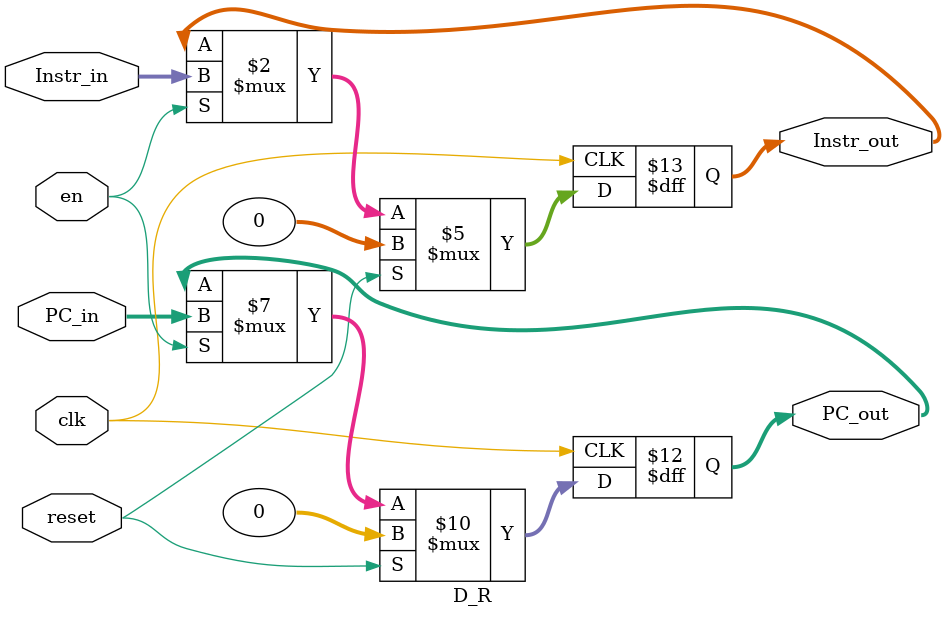
<source format=v>
`timescale 1ns / 1ps
module D_R(
    input [31:0] PC_in,
    input [31:0] Instr_in,
	 input reset,
    input clk,
	 input en,
    output reg[31:0] PC_out,
    output reg[31:0] Instr_out
    );

	always@(posedge clk) begin
		if(reset) begin
			PC_out<=0;
			Instr_out<=0;
		end
		else if(en) begin
			PC_out<=PC_in;
			Instr_out<=Instr_in;
		end
	end

endmodule

</source>
